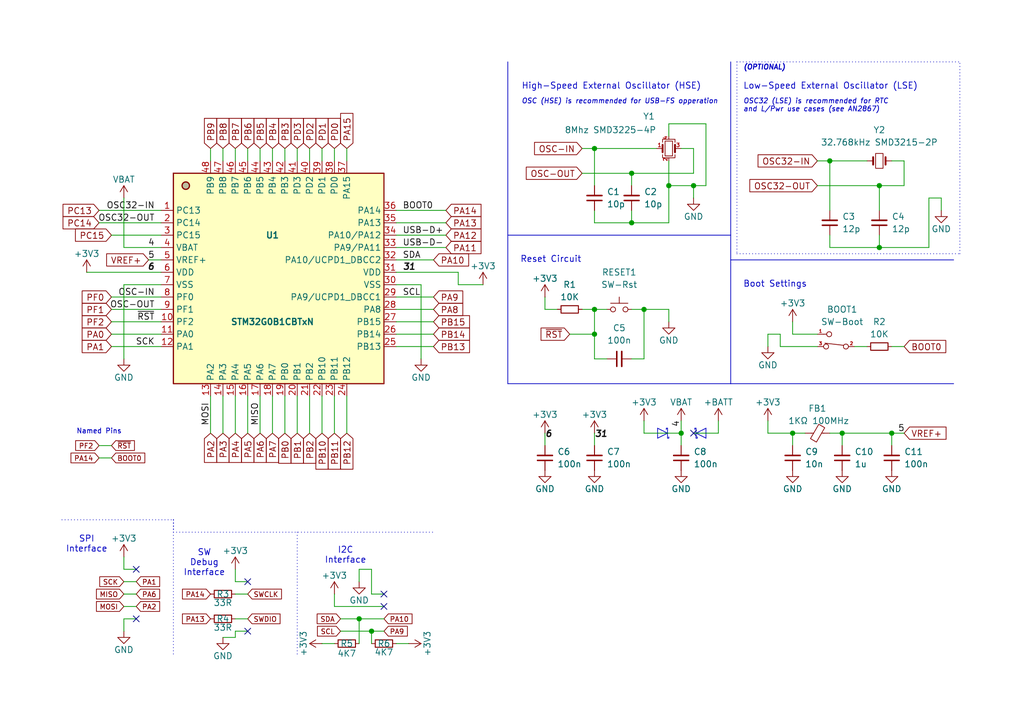
<source format=kicad_sch>
(kicad_sch (version 20250114) (generator "eeschema") (generator_version "9.0")
  (paper "A5")
  (lib_symbols
    (symbol "Device:C_Small" (pin_numbers (hide yes)) (pin_names (offset 0.254) (hide yes))
      (property "Reference" "C" (at 0.254 1.778 0))
      (property "Value" "C_Small" (at 0.254 -2.032 0))
      (symbol "C_Small_0_1"
        (polyline (pts (xy -1.524 0.508) (xy 1.524 0.508)) (stroke (width 0.3048)))
        (polyline (pts (xy -1.524 -0.508) (xy 1.524 -0.508)) (stroke (width 0.3302)))
      )
      (symbol "C_Small_1_1"
        (pin passive line (at 0 2.54 270) (length 2.032) (name "~") (number "1"))
        (pin passive line (at 0 -2.54 90) (length 2.032) (name "~") (number "2"))
      )
    )
    (symbol "Device:Crystal_GND24_Small" (pin_names (offset 1.016) (hide yes))
      (property "Reference" "Y" (at 1.27 4.445 0))
      (property "Value" "Crystal_GND24_Small" (at 1.27 2.54 0))
      (symbol "Crystal_GND24_Small_0_1"
        (polyline (pts (xy -1.27 1.27) (xy -1.27 1.905) (xy 1.27 1.905) (xy 1.27 1.27)))
        (polyline (pts (xy -1.27 -0.762) (xy -1.27 0.762)) (stroke (width 0.381)))
        (polyline (pts (xy -1.27 -1.27) (xy -1.27 -1.905) (xy 1.27 -1.905) (xy 1.27 -1.27)))
        (rectangle (start -0.762 -1.524) (end 0.762 1.524))
        (polyline (pts (xy 1.27 -0.762) (xy 1.27 0.762)) (stroke (width 0.381)))
      )
      (symbol "Crystal_GND24_Small_1_1"
        (pin passive line (at -2.54 0 0) (length 1.27) (name "1") (number "1"))
        (pin passive line (at 0 2.54 270) (length 0.635) (name "4") (number "4"))
        (pin passive line (at 0 -2.54 90) (length 0.635) (name "2") (number "2"))
        (pin passive line (at 2.54 0 180) (length 1.27) (name "3") (number "3"))
      )
    )
    (symbol "Device:Crystal_Small" (pin_numbers (hide yes)) (pin_names (offset 1.016) (hide yes))
      (property "Reference" "Y" (at 0 2.54 0))
      (property "Value" "Crystal_Small" (at 0 -2.54 0))
      (symbol "Crystal_Small_0_1"
        (polyline (pts (xy -1.27 -0.762) (xy -1.27 0.762)) (stroke (width 0.381)))
        (rectangle (start -0.762 -1.524) (end 0.762 1.524))
        (polyline (pts (xy 1.27 -0.762) (xy 1.27 0.762)) (stroke (width 0.381)))
      )
      (symbol "Crystal_Small_1_1"
        (pin passive line (at -2.54 0 0) (length 1.27) (name "1") (number "1"))
        (pin passive line (at 2.54 0 180) (length 1.27) (name "2") (number "2"))
      )
    )
    (symbol "Device:FerriteBead_Small" (pin_numbers (hide yes)) (pin_names (offset 0))
      (property "Reference" "FB" (at 1.905 1.27 0))
      (property "Value" "FerriteBead_Small" (at 1.905 -1.27 0))
      (symbol "FerriteBead_Small_0_1"
        (polyline (pts (xy -1.8288 0.2794) (xy -1.1176 1.4986) (xy 1.8288 -0.2032) (xy 1.1176 -1.4224) (xy -1.8288 0.2794)))
        (polyline (pts (xy 0 0.889) (xy 0 1.2954)))
        (polyline (pts (xy 0 -1.27) (xy 0 -0.7874)))
      )
      (symbol "FerriteBead_Small_1_1"
        (pin passive line (at 0 2.54 270) (length 1.27) (name "~") (number "1"))
        (pin passive line (at 0 -2.54 90) (length 1.27) (name "~") (number "2"))
      )
    )
    (symbol "Device:R_Small" (pin_numbers (hide yes)) (pin_names (offset 0.254) (hide yes))
      (property "Reference" "R" (at 0 0 90))
      (property "Value" "R_Small" (at 1.778 0 90))
      (symbol "R_Small_0_1"
        (rectangle (start -0.762 1.778) (end 0.762 -1.778) (stroke (width 0.2032)))
      )
      (symbol "R_Small_1_1"
        (pin passive line (at 0 2.54 270) (length 0.762) (name "~") (number "1"))
        (pin passive line (at 0 -2.54 90) (length 0.762) (name "~") (number "2"))
      )
    )
    (symbol "atelier-microcontrollers:STM32G0B1CBTxN"
      (property "Reference" "U" (at 0 -11.43 0))
      (property "Value" "STM32G0B1CBTxN" (at 0 9.144 0))
      (symbol "STM32G0B1CBTxN_0_1"
        (rectangle (start -20.32 20.32) (end 22.86 -22.86) (stroke (width 0.254)) (fill (type background)))
      )
      (symbol "STM32G0B1CBTxN_1_1"
        (circle (center -17.78 17.78) (radius 0.762) (stroke (width 0.254)) (fill (type color) (color 127 127 127 0.5)))
        (pin bidirectional line (at -22.86 12.7 0) (length 2.54) (name "PC13") (number "1"))
        (pin bidirectional line (at -22.86 10.16 0) (length 2.54) (name "PC14") (number "2"))
        (pin bidirectional line (at -22.86 7.62 0) (length 2.54) (name "PC15") (number "3"))
        (pin power_in line (at -22.86 5.08 0) (length 2.54) (name "VBAT") (number "4"))
        (pin input line (at -22.86 2.54 0) (length 2.54) (name "VREF+") (number "5"))
        (pin power_in line (at -22.86 0 0) (length 2.54) (name "VDD") (number "6"))
        (pin power_in line (at -22.86 -2.54 0) (length 2.54) (name "VSS") (number "7"))
        (pin bidirectional line (at -22.86 -5.08 0) (length 2.54) (name "PF0") (number "8"))
        (pin bidirectional line (at -22.86 -7.62 0) (length 2.54) (name "PF1") (number "9"))
        (pin bidirectional line (at -22.86 -10.16 0) (length 2.54) (name "PF2") (number "10"))
        (pin bidirectional line (at -22.86 -12.7 0) (length 2.54) (name "PA0") (number "11"))
        (pin bidirectional line (at -22.86 -15.24 0) (length 2.54) (name "PA1") (number "12"))
        (pin bidirectional line (at -12.7 22.86 270) (length 2.54) (name "PB9") (number "48"))
        (pin bidirectional line (at -12.7 -25.4 90) (length 2.54) (name "PA2") (number "13"))
        (pin bidirectional line (at -10.16 22.86 270) (length 2.54) (name "PB8") (number "47"))
        (pin bidirectional line (at -10.16 -25.4 90) (length 2.54) (name "PA3") (number "14"))
        (pin bidirectional line (at -7.62 22.86 270) (length 2.54) (name "PB7") (number "46"))
        (pin bidirectional line (at -7.62 -25.4 90) (length 2.54) (name "PA4") (number "15"))
        (pin bidirectional line (at -5.08 22.86 270) (length 2.54) (name "PB6") (number "45"))
        (pin bidirectional line (at -5.08 -25.4 90) (length 2.54) (name "PA5") (number "16"))
        (pin bidirectional line (at -2.54 22.86 270) (length 2.54) (name "PB5") (number "44"))
        (pin bidirectional line (at -2.54 -25.4 90) (length 2.54) (name "PA6") (number "17"))
        (pin bidirectional line (at 0 22.86 270) (length 2.54) (name "PB4") (number "43"))
        (pin bidirectional line (at 0 -25.4 90) (length 2.54) (name "PA7") (number "18"))
        (pin bidirectional line (at 2.54 22.86 270) (length 2.54) (name "PB3") (number "42"))
        (pin bidirectional line (at 2.54 -25.4 90) (length 2.54) (name "PB0") (number "19"))
        (pin bidirectional line (at 5.08 22.86 270) (length 2.54) (name "PD3") (number "41"))
        (pin bidirectional line (at 5.08 -25.4 90) (length 2.54) (name "PB1") (number "20"))
        (pin bidirectional line (at 7.62 22.86 270) (length 2.54) (name "PD2") (number "40"))
        (pin bidirectional line (at 7.62 -25.4 90) (length 2.54) (name "PB2") (number "21"))
        (pin bidirectional line (at 10.16 22.86 270) (length 2.54) (name "PD1") (number "39"))
        (pin bidirectional line (at 10.16 -25.4 90) (length 2.54) (name "PB10") (number "22"))
        (pin bidirectional line (at 12.7 22.86 270) (length 2.54) (name "PD0") (number "38"))
        (pin bidirectional line (at 12.7 -25.4 90) (length 2.54) (name "PB11") (number "23"))
        (pin bidirectional line (at 15.24 22.86 270) (length 2.54) (name "PA15") (number "37"))
        (pin bidirectional line (at 15.24 -25.4 90) (length 2.54) (name "PB12") (number "24"))
        (pin bidirectional line (at 25.4 12.7 180) (length 2.54) (name "PA14") (number "36"))
        (pin bidirectional line (at 25.4 10.16 180) (length 2.54) (name "PA13") (number "35"))
        (pin bidirectional line (at 25.4 7.62 180) (length 2.54) (name "PA10/PA12") (number "34"))
        (pin bidirectional line (at 25.4 5.08 180) (length 2.54) (name "PA9/PA11") (number "33"))
        (pin bidirectional line (at 25.4 2.54 180) (length 2.54) (name "PA10/UCPD1_DBCC2") (number "32"))
        (pin power_in line (at 25.4 0 180) (length 2.54) (name "VDD") (number "31"))
        (pin passive line (at 25.4 -2.54 180) (length 2.54) (name "VSS") (number "30"))
        (pin bidirectional line (at 25.4 -5.08 180) (length 2.54) (name "PA9/UCPD1_DBCC1") (number "29"))
        (pin bidirectional line (at 25.4 -7.62 180) (length 2.54) (name "PA8") (number "28"))
        (pin bidirectional line (at 25.4 -10.16 180) (length 2.54) (name "PB15") (number "27"))
        (pin bidirectional line (at 25.4 -12.7 180) (length 2.54) (name "PB14") (number "26"))
        (pin bidirectional line (at 25.4 -15.24 180) (length 2.54) (name "PB13") (number "25"))
      )
    )
    (symbol "atelier-microcontrollers:SW_Push_Small" (pin_numbers (hide yes)) (pin_names (offset 1.016) (hide yes))
      (property "Reference" "SW" (at 1.27 2.54 0))
      (property "Value" "SW_Push_Small" (at 0 -2.54 0))
      (symbol "SW_Push_Small_0_1"
        (circle (center -1.27 0) (radius 0.508))
        (polyline (pts (xy 0 1.27) (xy 0 2.54)))
        (circle (center 1.27 0) (radius 0.508))
        (polyline (pts (xy 1.778 1.27) (xy -1.778 1.27)))
      )
      (symbol "SW_Push_Small_1_1"
        (pin passive line (at -2.54 0 0) (length 0.762) (name "1") (number "1"))
        (pin passive line (at 2.54 0 180) (length 0.762) (name "2") (number "2"))
      )
    )
    (symbol "atelier-microcontrollers:SW_SPDT_123" (pin_names (offset 0) (hide yes))
      (property "Reference" "SW" (at 0 5.08 0))
      (property "Value" "SW_SPDT_123" (at 0 -2.54 0))
      (symbol "SW_SPDT_123_0_1"
        (circle (center -0.762 0) (radius 0.508))
        (polyline (pts (xy -0.254 0.254) (xy 3.5423 0.6967)))
        (circle (center 2.6687 2.528) (radius 0.508))
        (circle (center 3.302 0) (radius 0.508))
        (polyline (pts (xy 3.81 2.54) (xy 3.1776 2.5374) (xy 3.1946 2.5374) (xy 3.302 2.54)))
      )
      (symbol "SW_SPDT_123_1_1"
        (pin passive line (at -2.54 0 0) (length 1.27) (name "B") (number "2"))
        (pin passive line (at 5.08 2.54 180) (length 1.27) (name "A") (number "1"))
        (pin passive line (at 5.08 0 180) (length 1.27) (name "C") (number "3"))
      )
    )
    (symbol "atelier-microcontrollers:VBAT" (power) (pin_numbers (hide yes)) (pin_names (offset 0) (hide yes))
      (property "Value" "VBAT" (at 0 3.556 0))
      (symbol "VBAT_0_1"
        (polyline (pts (xy -0.762 1.27) (xy 0 2.54)))
        (polyline (pts (xy 0 2.54) (xy 0.762 1.27)))
        (polyline (pts (xy 0 0) (xy 0 2.54)))
      )
      (symbol "VBAT_1_1"
        (pin power_in line (at 0 0 90) (length 0) (name "~") (number "1"))
      )
    )
    (symbol "power:+3V3" (power) (pin_numbers (hide yes)) (pin_names (offset 0) (hide yes))
      (property "Value" "+3V3" (at 0 3.556 0))
      (symbol "+3V3_0_1"
        (polyline (pts (xy -0.762 1.27) (xy 0 2.54)))
        (polyline (pts (xy 0 2.54) (xy 0.762 1.27)))
        (polyline (pts (xy 0 0) (xy 0 2.54)))
      )
      (symbol "+3V3_1_1"
        (pin power_in line (at 0 0 90) (length 0) (name "~") (number "1"))
      )
    )
    (symbol "power:+BATT" (power) (pin_numbers (hide yes)) (pin_names (offset 0) (hide yes))
      (property "Value" "+BATT" (at 0 3.556 0))
      (symbol "+BATT_0_1"
        (polyline (pts (xy -0.762 1.27) (xy 0 2.54)))
        (polyline (pts (xy 0 2.54) (xy 0.762 1.27)))
        (polyline (pts (xy 0 0) (xy 0 2.54)))
      )
      (symbol "+BATT_1_1"
        (pin power_in line (at 0 0 90) (length 0) (name "~") (number "1"))
      )
    )
    (symbol "power:GND" (power) (pin_numbers (hide yes)) (pin_names (offset 0) (hide yes))
      (property "Value" "GND" (at 0 -3.81 0))
      (symbol "GND_0_1"
        (polyline (pts (xy 0 0) (xy 0 -1.27) (xy 1.27 -1.27) (xy 0 -2.54) (xy -1.27 -1.27) (xy 0 -1.27)))
      )
      (symbol "GND_1_1"
        (pin power_in line (at 0 0 270) (length 0) (name "~") (number "1"))
      )
    )
  )
  (text "(OPTIONAL)" (at 152.4 13.97 0) (effects (font (size 1.016 1.016) (thickness 0.2032) (bold yes) (italic yes)) (justify left)))
  (text "Low-Speed External Oscillator (LSE)" (at 152.4 17.78 0) (effects (font (size 1.27 1.27)) (justify left)))
  (text "Boot Settings" (at 152.4 58.42 0) (effects (font (size 1.27 1.27)) (justify left)))
  (text "Reset Circuit" (at 106.68 53.34 0) (effects (font (size 1.27 1.27)) (justify left)))
  (text "OSC (HSE) is recommended for USB-FS opperation" (at 106.934 20.32 0) (effects (font (size 1.016 1.016) (italic yes)) (justify left top)))
  (text "OSC32 (LSE) is recommended for RTC\nand L/Pwr use cases (see AN2867)" (at 152.4 20.32 0) (effects (font (size 1.016 1.016) (italic yes)) (justify left top)))
  (text "High-Speed External Oscillator (HSE)" (at 106.934 17.78 0) (effects (font (size 1.27 1.27)) (justify left)))
  (text "I2C\nInterface" (at 70.866 114.046 0) (effects (font (size 1.27 1.27))))
  (text "SPI\nInterface" (at 17.78 111.76 0) (effects (font (size 1.27 1.27))))
  (text "Named Pins" (at 20.32 88.646 0) (effects (font (size 1.016 1.016))))
  (text "SW\nDebug\nInterface" (at 41.91 115.57 0) (effects (font (size 1.27 1.27))))
  (junction (at 137.16 38.1))
  (junction (at 162.56 88.9))
  (junction (at 121.92 68.58))
  (junction (at 129.54 45.72))
  (junction (at 180.34 50.8))
  (junction (at 129.54 35.56))
  (junction (at 170.18 33.02))
  (junction (at 76.2 129.54))
  (junction (at 180.34 38.1))
  (junction (at 121.92 30.48))
  (junction (at 132.08 63.5))
  (junction (at 142.24 38.1))
  (junction (at 182.88 88.9))
  (junction (at 172.72 88.9))
  (junction (at 121.92 63.5))
  (junction (at 73.66 127))
  (junction (at 139.7 88.9))
  (no_connect (at 78.74 121.92))
  (no_connect (at 50.8 119.38))
  (no_connect (at 50.8 129.54))
  (no_connect (at 27.94 127))
  (no_connect (at 27.94 116.84))
  (no_connect (at 78.74 124.46))
  (no_connect (at 142.24 88.9))
  (wire (pts (xy 45.72 30.48) (xy 45.72 33.02)))
  (wire (pts (xy 81.28 58.42) (xy 86.36 58.42)))
  (wire (pts (xy 76.2 116.84) (xy 73.66 116.84)))
  (polyline (pts (xy 35.56 106.68) (xy 35.56 109.22)) (stroke (width 0) (type dot)))
  (polyline (pts (xy 144.78 89.916) (xy 144.78 87.884)))
  (wire (pts (xy 119.38 35.56) (xy 129.54 35.56)))
  (wire (pts (xy 81.28 50.8) (xy 91.44 50.8)))
  (polyline (pts (xy 136.652 87.884) (xy 136.652 88.138)))
  (wire (pts (xy 129.54 43.18) (xy 129.54 45.72)))
  (wire (pts (xy 58.42 30.48) (xy 58.42 33.02)))
  (wire (pts (xy 22.86 71.12) (xy 33.02 71.12)))
  (wire (pts (xy 73.66 127) (xy 73.66 132.08)))
  (wire (pts (xy 142.24 38.1) (xy 142.24 40.64)))
  (wire (pts (xy 25.4 127) (xy 25.4 129.54)))
  (wire (pts (xy 81.28 132.08) (xy 83.82 132.08)))
  (wire (pts (xy 111.76 60.96) (xy 111.76 63.5)))
  (wire (pts (xy 20.32 91.44) (xy 22.86 91.44)))
  (wire (pts (xy 81.28 43.18) (xy 91.44 43.18)))
  (wire (pts (xy 66.04 132.08) (xy 68.58 132.08)))
  (wire (pts (xy 185.42 38.1) (xy 185.42 33.02)))
  (wire (pts (xy 20.32 93.98) (xy 22.86 93.98)))
  (wire (pts (xy 55.88 30.48) (xy 55.88 33.02)))
  (polyline (pts (xy 35.56 106.68) (xy 35.56 109.22)) (stroke (width 0) (type dot)))
  (wire (pts (xy 144.78 38.1) (xy 142.24 38.1)))
  (wire (pts (xy 147.32 86.36) (xy 147.32 88.9)))
  (wire (pts (xy 22.86 66.04) (xy 33.02 66.04)))
  (polyline (pts (xy 35.56 106.68) (xy 35.56 109.22)) (stroke (width 0) (type dot)))
  (wire (pts (xy 48.26 129.54) (xy 48.26 130.81)))
  (wire (pts (xy 81.28 63.5) (xy 88.9 63.5)))
  (polyline (pts (xy 149.86 48.26) (xy 149.86 12.7)))
  (wire (pts (xy 81.28 53.34) (xy 88.9 53.34)))
  (wire (pts (xy 137.16 27.94) (xy 137.16 25.4)))
  (polyline (pts (xy 60.96 109.22) (xy 60.96 134.62)) (stroke (width 0) (type dot)))
  (wire (pts (xy 68.58 124.46) (xy 78.74 124.46)))
  (wire (pts (xy 69.85 127) (xy 73.66 127)))
  (wire (pts (xy 25.4 119.38) (xy 27.94 119.38)))
  (wire (pts (xy 132.08 63.5) (xy 132.08 73.66)))
  (wire (pts (xy 48.26 81.28) (xy 48.26 88.9)))
  (wire (pts (xy 182.88 33.02) (xy 185.42 33.02)))
  (wire (pts (xy 68.58 81.28) (xy 68.58 88.9)))
  (polyline (pts (xy 142.748 88.9) (xy 142.748 87.884)))
  (wire (pts (xy 58.42 81.28) (xy 58.42 88.9)))
  (wire (pts (xy 132.08 63.5) (xy 137.16 63.5)))
  (wire (pts (xy 25.4 50.8) (xy 33.02 50.8)))
  (wire (pts (xy 121.92 63.5) (xy 124.46 63.5)))
  (wire (pts (xy 167.64 33.02) (xy 170.18 33.02)))
  (wire (pts (xy 111.76 63.5) (xy 114.3 63.5)))
  (wire (pts (xy 25.4 58.42) (xy 33.02 58.42)))
  (wire (pts (xy 50.8 81.28) (xy 50.8 88.9)))
  (wire (pts (xy 22.86 63.5) (xy 33.02 63.5)))
  (wire (pts (xy 129.54 35.56) (xy 129.54 38.1)))
  (wire (pts (xy 162.56 88.9) (xy 165.1 88.9)))
  (wire (pts (xy 139.7 86.36) (xy 139.7 88.9)))
  (wire (pts (xy 170.18 33.02) (xy 177.8 33.02)))
  (wire (pts (xy 162.56 66.04) (xy 162.56 68.58)))
  (wire (pts (xy 116.84 68.58) (xy 121.92 68.58)))
  (wire (pts (xy 180.34 48.26) (xy 180.34 50.8)))
  (wire (pts (xy 81.28 71.12) (xy 88.9 71.12)))
  (wire (pts (xy 182.88 88.9) (xy 185.42 88.9)))
  (wire (pts (xy 22.86 60.96) (xy 33.02 60.96)))
  (wire (pts (xy 25.4 124.46) (xy 27.94 124.46)))
  (wire (pts (xy 48.26 116.84) (xy 48.26 119.38)))
  (polyline (pts (xy 104.14 48.26) (xy 149.86 48.26)))
  (wire (pts (xy 139.7 30.48) (xy 142.24 30.48)))
  (polyline (pts (xy 142.748 88.9) (xy 142.748 89.916)))
  (wire (pts (xy 48.26 30.48) (xy 48.26 33.02)))
  (wire (pts (xy 142.24 35.56) (xy 142.24 30.48)))
  (polyline (pts (xy 142.748 88.9) (xy 144.78 89.916)))
  (wire (pts (xy 162.56 68.58) (xy 167.64 68.58)))
  (wire (pts (xy 129.54 63.5) (xy 132.08 63.5)))
  (wire (pts (xy 93.98 58.42) (xy 99.06 58.42)))
  (wire (pts (xy 48.26 127) (xy 50.8 127)))
  (wire (pts (xy 76.2 121.92) (xy 76.2 116.84)))
  (polyline (pts (xy 143.002 89.916) (xy 143.002 89.662)))
  (wire (pts (xy 172.72 88.9) (xy 182.88 88.9)))
  (polyline (pts (xy 35.56 109.22) (xy 35.56 134.62)) (stroke (width 0) (type dot)))
  (wire (pts (xy 68.58 30.48) (xy 68.58 33.02)))
  (polyline (pts (xy 142.494 88.138) (xy 142.494 87.884)))
  (wire (pts (xy 71.12 30.48) (xy 71.12 33.02)))
  (wire (pts (xy 73.66 116.84) (xy 73.66 119.38)))
  (wire (pts (xy 137.16 66.04) (xy 137.16 63.5)))
  (polyline (pts (xy 134.874 87.884) (xy 134.874 89.916)))
  (wire (pts (xy 71.12 81.28) (xy 71.12 88.9)))
  (polyline (pts (xy 149.86 53.34) (xy 149.86 78.74)))
  (wire (pts (xy 182.88 71.12) (xy 185.42 71.12)))
  (wire (pts (xy 139.7 88.9) (xy 132.08 88.9)))
  (wire (pts (xy 48.26 119.38) (xy 50.8 119.38)))
  (wire (pts (xy 20.32 43.18) (xy 33.02 43.18)))
  (wire (pts (xy 81.28 60.96) (xy 88.9 60.96)))
  (polyline (pts (xy 137.16 89.662) (xy 137.16 89.916)))
  (wire (pts (xy 121.92 68.58) (xy 121.92 73.66)))
  (wire (pts (xy 17.78 55.88) (xy 33.02 55.88)))
  (wire (pts (xy 66.04 30.48) (xy 66.04 33.02)))
  (wire (pts (xy 81.28 68.58) (xy 88.9 68.58)))
  (polyline (pts (xy 104.14 78.74) (xy 149.86 78.74)))
  (wire (pts (xy 182.88 88.9) (xy 182.88 91.44)))
  (polyline (pts (xy 136.906 89.916) (xy 137.16 89.916)))
  (wire (pts (xy 119.38 63.5) (xy 121.92 63.5)))
  (wire (pts (xy 81.28 66.04) (xy 88.9 66.04)))
  (wire (pts (xy 193.04 40.64) (xy 190.5 40.64)))
  (wire (pts (xy 73.66 127) (xy 78.74 127)))
  (wire (pts (xy 25.4 121.92) (xy 27.94 121.92)))
  (wire (pts (xy 76.2 129.54) (xy 78.74 129.54)))
  (wire (pts (xy 172.72 88.9) (xy 172.72 91.44)))
  (wire (pts (xy 76.2 129.54) (xy 76.2 132.08)))
  (wire (pts (xy 121.92 63.5) (xy 121.92 68.58)))
  (wire (pts (xy 22.86 48.26) (xy 33.02 48.26)))
  (wire (pts (xy 43.18 81.28) (xy 43.18 88.9)))
  (wire (pts (xy 180.34 38.1) (xy 185.42 38.1)))
  (wire (pts (xy 160.02 71.12) (xy 167.64 71.12)))
  (wire (pts (xy 25.4 58.42) (xy 25.4 73.66)))
  (wire (pts (xy 121.92 45.72) (xy 129.54 45.72)))
  (wire (pts (xy 53.34 81.28) (xy 53.34 88.9)))
  (wire (pts (xy 93.98 55.88) (xy 93.98 58.42)))
  (wire (pts (xy 160.02 68.58) (xy 160.02 71.12)))
  (wire (pts (xy 129.54 45.72) (xy 137.16 45.72)))
  (wire (pts (xy 121.92 43.18) (xy 121.92 45.72)))
  (wire (pts (xy 50.8 30.48) (xy 50.8 33.02)))
  (wire (pts (xy 76.2 121.92) (xy 78.74 121.92)))
  (wire (pts (xy 69.85 129.54) (xy 76.2 129.54)))
  (wire (pts (xy 121.92 30.48) (xy 134.62 30.48)))
  (wire (pts (xy 25.4 40.64) (xy 25.4 50.8)))
  (wire (pts (xy 137.16 33.02) (xy 137.16 38.1)))
  (polyline (pts (xy 35.56 106.68) (xy 35.56 109.22)) (stroke (width 0) (type dot)))
  (polyline (pts (xy 136.906 88.9) (xy 136.906 87.884)))
  (polyline (pts (xy 104.14 48.26) (xy 104.14 78.74)))
  (polyline (pts (xy 142.748 89.916) (xy 143.002 89.916)))
  (wire (pts (xy 53.34 30.48) (xy 53.34 33.02)))
  (wire (pts (xy 132.08 86.36) (xy 132.08 88.9)))
  (wire (pts (xy 121.92 73.66) (xy 124.46 73.66)))
  (wire (pts (xy 86.36 58.42) (xy 86.36 73.66)))
  (wire (pts (xy 175.26 71.12) (xy 177.8 71.12)))
  (wire (pts (xy 20.32 45.72) (xy 33.02 45.72)))
  (wire (pts (xy 25.4 116.84) (xy 27.94 116.84)))
  (wire (pts (xy 142.24 38.1) (xy 137.16 38.1)))
  (wire (pts (xy 119.38 30.48) (xy 121.92 30.48)))
  (wire (pts (xy 30.48 53.34) (xy 33.02 53.34)))
  (polyline (pts (xy 12.7 106.68) (xy 35.56 106.68)) (stroke (width 0) (type dot)))
  (wire (pts (xy 25.4 127) (xy 27.94 127)))
  (wire (pts (xy 63.5 81.28) (xy 63.5 88.9)))
  (polyline (pts (xy 144.78 87.884) (xy 142.748 88.9)))
  (wire (pts (xy 129.54 73.66) (xy 132.08 73.66)))
  (polyline (pts (xy 151.13 12.7) (xy 151.13 52.07)) (stroke (width 0) (type dot)))
  (wire (pts (xy 180.34 38.1) (xy 180.34 43.18)))
  (wire (pts (xy 121.92 88.9) (xy 121.92 91.44)))
  (wire (pts (xy 25.4 114.3) (xy 25.4 116.84)))
  (wire (pts (xy 68.58 124.46) (xy 68.58 121.92)))
  (wire (pts (xy 55.88 81.28) (xy 55.88 88.9)))
  (wire (pts (xy 48.26 130.81) (xy 45.72 130.81)))
  (wire (pts (xy 81.28 55.88) (xy 93.98 55.88)))
  (wire (pts (xy 60.96 30.48) (xy 60.96 33.02)))
  (polyline (pts (xy 134.874 89.916) (xy 136.906 88.9)))
  (wire (pts (xy 157.48 88.9) (xy 162.56 88.9)))
  (wire (pts (xy 81.28 48.26) (xy 91.44 48.26)))
  (wire (pts (xy 157.48 68.58) (xy 157.48 71.12)))
  (wire (pts (xy 137.16 25.4) (xy 144.78 25.4)))
  (wire (pts (xy 137.16 38.1) (xy 137.16 45.72)))
  (polyline (pts (xy 151.13 52.07) (xy 196.85 52.07)) (stroke (width 0) (type dot)))
  (wire (pts (xy 144.78 25.4) (xy 144.78 38.1)))
  (wire (pts (xy 48.26 121.92) (xy 50.8 121.92)))
  (wire (pts (xy 193.04 43.18) (xy 193.04 40.64)))
  (wire (pts (xy 48.26 129.54) (xy 50.8 129.54)))
  (wire (pts (xy 129.54 35.56) (xy 142.24 35.56)))
  (wire (pts (xy 167.64 38.1) (xy 180.34 38.1)))
  (polyline (pts (xy 136.906 87.884) (xy 136.652 87.884)))
  (wire (pts (xy 190.5 50.8) (xy 180.34 50.8)))
  (wire (pts (xy 43.18 30.48) (xy 43.18 33.02)))
  (polyline (pts (xy 142.748 87.884) (xy 142.494 87.884)))
  (polyline (pts (xy 104.14 12.7) (xy 104.14 48.26)))
  (wire (pts (xy 170.18 88.9) (xy 172.72 88.9)))
  (wire (pts (xy 139.7 88.9) (xy 139.7 91.44)))
  (wire (pts (xy 66.04 81.28) (xy 66.04 88.9)))
  (wire (pts (xy 45.72 81.28) (xy 45.72 88.9)))
  (polyline (pts (xy 136.906 88.9) (xy 134.874 87.884)))
  (wire (pts (xy 157.48 68.58) (xy 160.02 68.58)))
  (wire (pts (xy 63.5 30.48) (xy 63.5 33.02)))
  (wire (pts (xy 121.92 30.48) (xy 121.92 38.1)))
  (wire (pts (xy 190.5 40.64) (xy 190.5 50.8)))
  (polyline (pts (xy 35.56 109.22) (xy 88.9 109.22)) (stroke (width 0) (type dot)))
  (wire (pts (xy 162.56 88.9) (xy 162.56 91.44)))
  (wire (pts (xy 60.96 81.28) (xy 60.96 88.9)))
  (wire (pts (xy 170.18 48.26) (xy 170.18 50.8)))
  (wire (pts (xy 81.28 45.72) (xy 91.44 45.72)))
  (polyline (pts (xy 195.58 53.34) (xy 149.86 53.34)))
  (polyline (pts (xy 151.13 12.7) (xy 196.85 12.7)) (stroke (width 0) (type dot)))
  (polyline (pts (xy 149.86 78.74) (xy 195.58 78.74)))
  (polyline (pts (xy 196.85 52.07) (xy 196.85 12.7)) (stroke (width 0) (type dot)))
  (wire (pts (xy 142.24 88.9) (xy 147.32 88.9)))
  (wire (pts (xy 22.86 68.58) (xy 33.02 68.58)))
  (wire (pts (xy 170.18 33.02) (xy 170.18 43.18)))
  (wire (pts (xy 170.18 50.8) (xy 180.34 50.8)))
  (wire (pts (xy 157.48 86.36) (xy 157.48 88.9)))
  (polyline (pts (xy 136.906 88.9) (xy 136.906 89.916)))
  (polyline (pts (xy 149.86 48.26) (xy 149.86 53.34)) (stroke (width 0) (type solid)))
  (wire (pts (xy 111.76 88.9) (xy 111.76 91.44)))
  (label "6" (at 111.76 90.17 0) (effects (font (thickness 0.254) (bold yes) (italic yes))))
  (label "31" (at 82.55 55.88 0) (effects (font (thickness 0.254) (bold yes) (italic yes))))
  (label "4" (at 31.75 50.8 180))
  (label "OSC-OUT" (at 31.75 63.5 180))
  (label "MOSI" (at 43.18 82.55 270))
  (label "~{RST}" (at 31.75 66.04 180))
  (label "SCL" (at 82.55 60.96 0))
  (label "6" (at 31.75 55.88 180) (effects (font (thickness 0.254) (bold yes) (italic yes))))
  (label "5" (at 184.15 88.9 0))
  (label "USB-D-" (at 82.55 50.8 0))
  (label "5" (at 31.75 53.34 180))
  (label "SCK" (at 31.75 71.12 180))
  (label "MISO" (at 53.34 82.55 270))
  (label "OSC-IN" (at 31.75 60.96 180))
  (label "BOOT0" (at 82.55 43.18 0))
  (label "SDA" (at 82.55 53.34 0))
  (label "31" (at 121.92 90.17 0) (effects (font (thickness 0.254) (bold yes) (italic yes))))
  (label "OSC32-IN" (at 31.75 43.18 180))
  (label "4" (at 139.7 87.63 90))
  (label "OSC32-OUT" (at 31.75 45.72 180))
  (label "USB-D+" (at 82.55 48.26 0))
  (global_label "PA13" (shape input) (at 91.44 45.72 0) (property "Intersheetrefs" "${INTERSHEET_REFS}" (effects (hide yes))))
  (global_label "PD2" (shape input) (at 63.5 30.48 90) (property "Intersheetrefs" "${INTERSHEET_REFS}" (effects (hide yes))))
  (global_label "PB4" (shape input) (at 55.88 30.48 90) (property "Intersheetrefs" "${INTERSHEET_REFS}" (effects (hide yes))))
  (global_label "OSC-IN" (shape input) (at 119.38 30.48 180) (property "Intersheetrefs" "${INTERSHEET_REFS}" (effects (hide yes))))
  (global_label "PA6" (shape input) (at 27.94 121.92 0) (effects (font (size 1.016 1.016))) (property "Intersheetrefs" "${INTERSHEET_REFS}" (effects (hide yes))))
  (global_label "PA2" (shape input) (at 27.94 124.46 0) (effects (font (size 1.016 1.016))) (property "Intersheetrefs" "${INTERSHEET_REFS}" (effects (hide yes))))
  (global_label "~{RST}" (shape input) (at 116.84 68.58 180) (property "Intersheetrefs" "${INTERSHEET_REFS}" (effects (hide yes))))
  (global_label "PA9" (shape input) (at 88.9 60.96 0) (property "Intersheetrefs" "${INTERSHEET_REFS}" (effects (hide yes))))
  (global_label "PF2" (shape input) (at 22.86 66.04 180) (property "Intersheetrefs" "${INTERSHEET_REFS}" (effects (hide yes))))
  (global_label "VREF+" (shape input) (at 185.42 88.9 0) (property "Intersheetrefs" "${INTERSHEET_REFS}" (effects (hide yes))))
  (global_label "MOSI" (shape input) (at 25.4 124.46 180) (effects (font (size 1.016 1.016))) (property "Intersheetrefs" "${INTERSHEET_REFS}" (effects (hide yes))))
  (global_label "PD1" (shape input) (at 66.04 30.48 90) (property "Intersheetrefs" "${INTERSHEET_REFS}" (effects (hide yes))))
  (global_label "OSC-OUT" (shape input) (at 119.38 35.56 180) (property "Intersheetrefs" "${INTERSHEET_REFS}" (effects (hide yes))))
  (global_label "PA0" (shape input) (at 22.86 68.58 180) (property "Intersheetrefs" "${INTERSHEET_REFS}" (effects (hide yes))))
  (global_label "PA11" (shape input) (at 91.44 50.8 0) (property "Intersheetrefs" "${INTERSHEET_REFS}" (effects (hide yes))))
  (global_label "SDA" (shape input) (at 69.85 127 180) (effects (font (size 1.016 1.016))) (property "Intersheetrefs" "${INTERSHEET_REFS}" (effects (hide yes))))
  (global_label "PB5" (shape input) (at 53.34 30.48 90) (property "Intersheetrefs" "${INTERSHEET_REFS}" (effects (hide yes))))
  (global_label "PA10" (shape input) (at 88.9 53.34 0) (property "Intersheetrefs" "${INTERSHEET_REFS}" (effects (hide yes))))
  (global_label "MISO" (shape input) (at 25.4 121.92 180) (effects (font (size 1.016 1.016))) (property "Intersheetrefs" "${INTERSHEET_REFS}" (effects (hide yes))))
  (global_label "PA5" (shape input) (at 50.8 88.9 270) (property "Intersheetrefs" "${INTERSHEET_REFS}" (effects (hide yes))))
  (global_label "PA14" (shape input) (at 91.44 43.18 0) (property "Intersheetrefs" "${INTERSHEET_REFS}" (effects (hide yes))))
  (global_label "PA15" (shape input) (at 71.12 30.48 90) (property "Intersheetrefs" "${INTERSHEET_REFS}" (effects (hide yes))))
  (global_label "PB0" (shape input) (at 58.42 88.9 270) (property "Intersheetrefs" "${INTERSHEET_REFS}" (effects (hide yes))))
  (global_label "PB6" (shape input) (at 50.8 30.48 90) (property "Intersheetrefs" "${INTERSHEET_REFS}" (effects (hide yes))))
  (global_label "PD3" (shape input) (at 60.96 30.48 90) (property "Intersheetrefs" "${INTERSHEET_REFS}" (effects (hide yes))))
  (global_label "PA9" (shape input) (at 78.74 129.54 0) (effects (font (size 1.016 1.016))) (property "Intersheetrefs" "${INTERSHEET_REFS}" (effects (hide yes))))
  (global_label "PB8" (shape input) (at 45.72 30.48 90) (property "Intersheetrefs" "${INTERSHEET_REFS}" (effects (hide yes))))
  (global_label "PB12" (shape input) (at 71.12 88.9 270) (property "Intersheetrefs" "${INTERSHEET_REFS}" (effects (hide yes))))
  (global_label "PA8" (shape input) (at 88.9 63.5 0) (property "Intersheetrefs" "${INTERSHEET_REFS}" (effects (hide yes))))
  (global_label "PA1" (shape input) (at 22.86 71.12 180) (property "Intersheetrefs" "${INTERSHEET_REFS}" (effects (hide yes))))
  (global_label "PB1" (shape input) (at 60.96 88.9 270) (property "Intersheetrefs" "${INTERSHEET_REFS}" (effects (hide yes))))
  (global_label "PF0" (shape input) (at 22.86 60.96 180) (property "Intersheetrefs" "${INTERSHEET_REFS}" (effects (hide yes))))
  (global_label "PB10" (shape input) (at 66.04 88.9 270) (property "Intersheetrefs" "${INTERSHEET_REFS}" (effects (hide yes))))
  (global_label "PB14" (shape input) (at 88.9 68.58 0) (property "Intersheetrefs" "${INTERSHEET_REFS}" (effects (hide yes))))
  (global_label "VREF+" (shape input) (at 30.48 53.34 180) (property "Intersheetrefs" "${INTERSHEET_REFS}" (effects (hide yes))))
  (global_label "PA2" (shape input) (at 43.18 88.9 270) (property "Intersheetrefs" "${INTERSHEET_REFS}" (effects (hide yes))))
  (global_label "PD0" (shape input) (at 68.58 30.48 90) (property "Intersheetrefs" "${INTERSHEET_REFS}" (effects (hide yes))))
  (global_label "PC13" (shape input) (at 20.32 43.18 180) (property "Intersheetrefs" "${INTERSHEET_REFS}" (effects (hide yes))))
  (global_label "SCL" (shape input) (at 69.85 129.54 180) (effects (font (size 1.016 1.016))) (property "Intersheetrefs" "${INTERSHEET_REFS}" (effects (hide yes))))
  (global_label "SWCLK" (shape input) (at 50.8 121.92 0) (effects (font (size 1.016 1.016))) (property "Intersheetrefs" "${INTERSHEET_REFS}" (effects (hide yes))))
  (global_label "PA1" (shape input) (at 27.94 119.38 0) (effects (font (size 1.016 1.016))) (property "Intersheetrefs" "${INTERSHEET_REFS}" (effects (hide yes))))
  (global_label "SWDIO" (shape input) (at 50.8 127 0) (effects (font (size 1.016 1.016))) (property "Intersheetrefs" "${INTERSHEET_REFS}" (effects (hide yes))))
  (global_label "PA13" (shape input) (at 43.18 127 180) (effects (font (size 1.016 1.016))) (property "Intersheetrefs" "${INTERSHEET_REFS}" (effects (hide yes))))
  (global_label "PA3" (shape input) (at 45.72 88.9 270) (property "Intersheetrefs" "${INTERSHEET_REFS}" (effects (hide yes))))
  (global_label "PA10" (shape input) (at 78.74 127 0) (effects (font (size 1.016 1.016))) (property "Intersheetrefs" "${INTERSHEET_REFS}" (effects (hide yes))))
  (global_label "PA6" (shape input) (at 53.34 88.9 270) (property "Intersheetrefs" "${INTERSHEET_REFS}" (effects (hide yes))))
  (global_label "PB3" (shape input) (at 58.42 30.48 90) (property "Intersheetrefs" "${INTERSHEET_REFS}" (effects (hide yes))))
  (global_label "PA14" (shape input) (at 20.32 93.98 180) (effects (font (size 1.016 1.016))) (property "Intersheetrefs" "${INTERSHEET_REFS}" (effects (hide yes))))
  (global_label "PB2" (shape input) (at 63.5 88.9 270) (property "Intersheetrefs" "${INTERSHEET_REFS}" (effects (hide yes))))
  (global_label "PF2" (shape input) (at 20.32 91.44 180) (effects (font (size 1.016 1.016))) (property "Intersheetrefs" "${INTERSHEET_REFS}" (effects (hide yes))))
  (global_label "PC15" (shape input) (at 22.86 48.26 180) (property "Intersheetrefs" "${INTERSHEET_REFS}" (effects (hide yes))))
  (global_label "PB11" (shape input) (at 68.58 88.9 270) (property "Intersheetrefs" "${INTERSHEET_REFS}" (effects (hide yes))))
  (global_label "PF1" (shape input) (at 22.86 63.5 180) (property "Intersheetrefs" "${INTERSHEET_REFS}" (effects (hide yes))))
  (global_label "PB13" (shape input) (at 88.9 71.12 0) (property "Intersheetrefs" "${INTERSHEET_REFS}" (effects (hide yes))))
  (global_label "~{RST}" (shape input) (at 22.86 91.44 0) (effects (font (size 1.016 1.016))) (property "Intersheetrefs" "${INTERSHEET_REFS}" (effects (hide yes))))
  (global_label "OSC32-IN" (shape input) (at 167.64 33.02 180) (property "Intersheetrefs" "${INTERSHEET_REFS}" (effects (hide yes))))
  (global_label "PA7" (shape input) (at 55.88 88.9 270) (property "Intersheetrefs" "${INTERSHEET_REFS}" (effects (hide yes))))
  (global_label "BOOT0" (shape input) (at 22.86 93.98 0) (effects (font (size 1.016 1.016))) (property "Intersheetrefs" "${INTERSHEET_REFS}" (effects (hide yes))))
  (global_label "OSC32-OUT" (shape input) (at 167.64 38.1 180) (property "Intersheetrefs" "${INTERSHEET_REFS}" (effects (hide yes))))
  (global_label "PA4" (shape input) (at 48.26 88.9 270) (property "Intersheetrefs" "${INTERSHEET_REFS}" (effects (hide yes))))
  (global_label "PA14" (shape input) (at 43.18 121.92 180) (effects (font (size 1.016 1.016))) (property "Intersheetrefs" "${INTERSHEET_REFS}" (effects (hide yes))))
  (global_label "PB7" (shape input) (at 48.26 30.48 90) (property "Intersheetrefs" "${INTERSHEET_REFS}" (effects (hide yes))))
  (global_label "BOOT0" (shape input) (at 185.42 71.12 0) (property "Intersheetrefs" "${INTERSHEET_REFS}" (effects (hide yes))))
  (global_label "PC14" (shape input) (at 20.32 45.72 180) (property "Intersheetrefs" "${INTERSHEET_REFS}" (effects (hide yes))))
  (global_label "PA12" (shape input) (at 91.44 48.26 0) (property "Intersheetrefs" "${INTERSHEET_REFS}" (effects (hide yes))))
  (global_label "PB9" (shape input) (at 43.18 30.48 90) (property "Intersheetrefs" "${INTERSHEET_REFS}" (effects (hide yes))))
  (global_label "PB15" (shape input) (at 88.9 66.04 0) (property "Intersheetrefs" "${INTERSHEET_REFS}" (effects (hide yes))))
  (global_label "SCK" (shape input) (at 25.4 119.38 180) (effects (font (size 1.016 1.016))) (property "Intersheetrefs" "${INTERSHEET_REFS}" (effects (hide yes))))
  (symbol (lib_id "power:GND") (at 45.72 130.81 0) (unit 1)
    (property "Reference" "#PWR029" (effects (hide yes)))
    (property "Value" "GND" (at 45.72 134.62 0))
    (property "Description" "Power symbol creates a global label with name \"GND\" , ground" (effects (hide yes)))
  )
  (symbol (lib_id "Device:FerriteBead_Small") (at 167.64 88.9 270) (unit 1)
    (property "Reference" "FB1" (at 167.64 83.82 90))
    (property "Value" "1KΩ 100MHz" (at 167.894 86.36 90))
    (property "Footprint" "Inductor_SMD:L_0603_1608Metric" (effects (hide yes)))
    (property "Description" "Ferrite bead, small symbol" (effects (hide yes)))
    (property "LCSC" "C13572" (effects (hide yes)))
  )
  (symbol (lib_id "power:+3V3") (at 111.76 88.9 0) (unit 1)
    (property "Reference" "#PWR016" (effects (hide yes)))
    (property "Value" "+3V3" (at 111.76 85.09 0))
    (property "Description" "Power symbol creates a global label with name \"+3V3\"" (effects (hide yes)))
  )
  (symbol (lib_id "Device:C_Small") (at 182.88 93.98 180) (unit 1)
    (property "Reference" "C11" (at 185.42 92.7035 0) (effects (justify right)))
    (property "Value" "100n" (at 185.42 95.2435 0) (effects (justify right)))
    (property "Footprint" "Capacitor_SMD:C_0603_1608Metric" (effects (hide yes)))
    (property "Description" "Unpolarized capacitor, small symbol" (effects (hide yes)))
  )
  (symbol (lib_id "Device:Crystal_GND24_Small") (at 137.16 30.48 0) (unit 1)
    (property "Reference" "Y1" (at 134.366 23.876 0) (effects (justify right)))
    (property "Value" "8Mhz SMD3225-4P" (at 134.62 26.67 0) (effects (justify right)))
    (property "Footprint" "Crystal:Crystal_SMD_3225-4Pin_3.2x2.5mm" (effects (hide yes)))
    (property "Datasheet" "https://jlcpcb.com/partdetail/2777872-X32258MOB4SI/C2682775" (effects (hide yes)))
    (property "LCSC" "C2682775" (effects (hide yes)))
  )
  (symbol (lib_id "power:+3V3") (at 111.76 60.96 0) (unit 1)
    (property "Reference" "#PWR06" (effects (hide yes)))
    (property "Value" "+3V3" (at 111.76 57.15 0))
    (property "Description" "Power symbol creates a global label with name \"+3V3\"" (effects (hide yes)))
  )
  (symbol (lib_id "Device:C_Small") (at 127 73.66 90) (unit 1)
    (property "Reference" "C5" (at 127.0063 67.31 90))
    (property "Value" "100n" (at 127.0063 69.85 90))
    (property "Footprint" "Capacitor_SMD:C_0603_1608Metric" (effects (hide yes)))
    (property "Description" "Unpolarized capacitor, small symbol" (effects (hide yes)))
  )
  (symbol (lib_id "power:GND") (at 193.04 43.18 0) (unit 1)
    (property "Reference" "#PWR03" (effects (hide yes)))
    (property "Value" "GND" (at 193.04 46.99 0))
    (property "Description" "Power symbol creates a global label with name \"GND\" , ground" (effects (hide yes)))
  )
  (symbol (lib_id "power:+3V3") (at 99.06 58.42 0) (unit 1)
    (property "Reference" "#PWR05" (effects (hide yes)))
    (property "Value" "+3V3" (at 99.06 54.61 0))
    (property "Description" "Power symbol creates a global label with name \"+3V3\"" (effects (hide yes)))
  )
  (symbol (lib_id "power:GND") (at 139.7 96.52 0) (unit 1)
    (property "Reference" "#PWR020" (effects (hide yes)))
    (property "Value" "GND" (at 139.7 100.33 0))
    (property "Description" "Power symbol creates a global label with name \"GND\" , ground" (effects (hide yes)))
  )
  (symbol (lib_id "power:GND") (at 121.92 96.52 0) (unit 1)
    (property "Reference" "#PWR019" (effects (hide yes)))
    (property "Value" "GND" (at 121.92 100.33 0))
    (property "Description" "Power symbol creates a global label with name \"GND\" , ground" (effects (hide yes)))
  )
  (symbol (lib_id "power:+3V3") (at 25.4 114.3 0) (unit 1)
    (property "Reference" "#PWR024" (effects (hide yes)))
    (property "Value" "+3V3" (at 25.4 110.49 0))
    (property "Description" "Power symbol creates a global label with name \"+3V3\"" (effects (hide yes)))
  )
  (symbol (lib_id "power:+3V3") (at 68.58 121.92 0) (unit 1)
    (property "Reference" "#PWR027" (effects (hide yes)))
    (property "Value" "+3V3" (at 68.58 118.11 0))
    (property "Description" "Power symbol creates a global label with name \"+3V3\"" (effects (hide yes)))
  )
  (symbol (lib_id "power:GND") (at 182.88 96.52 0) (unit 1)
    (property "Reference" "#PWR023" (effects (hide yes)))
    (property "Value" "GND" (at 182.88 100.33 0))
    (property "Description" "Power symbol creates a global label with name \"GND\" , ground" (effects (hide yes)))
  )
  (symbol (lib_id "power:GND") (at 111.76 96.52 0) (unit 1)
    (property "Reference" "#PWR018" (effects (hide yes)))
    (property "Value" "GND" (at 111.76 100.33 0))
    (property "Description" "Power symbol creates a global label with name \"GND\" , ground" (effects (hide yes)))
  )
  (symbol (lib_id "Device:C_Small") (at 172.72 93.98 180) (unit 1)
    (property "Reference" "C10" (at 175.26 92.7035 0) (effects (justify right)))
    (property "Value" "1u" (at 175.26 95.2435 0) (effects (justify right)))
    (property "Footprint" "Capacitor_SMD:C_0603_1608Metric" (effects (hide yes)))
    (property "Description" "Unpolarized capacitor, small symbol" (effects (hide yes)))
  )
  (symbol (lib_id "Device:R_Small") (at 116.84 63.5 90) (unit 1)
    (property "Reference" "R1" (at 116.84 58.42 90))
    (property "Value" "10K" (at 116.84 60.96 90))
    (property "Footprint" "Resistor_SMD:R_0603_1608Metric" (effects (hide yes)))
    (property "Description" "Resistor, small symbol" (effects (hide yes)))
  )
  (symbol (lib_id "power:GND") (at 86.36 73.66 0) (unit 1)
    (property "Reference" "#PWR011" (effects (hide yes)))
    (property "Value" "GND" (at 86.36 77.47 0))
    (property "Description" "Power symbol creates a global label with name \"GND\" , ground" (effects (hide yes)))
  )
  (symbol (lib_id "atelier-microcontrollers:STM32G0B1CBTxN") (at 55.88 55.88 0) (unit 1)
    (property "Reference" "U1" (at 55.88 48.26 0) (effects (font (thickness 0.254) (bold yes))))
    (property "Value" "STM32G0B1CBTxN" (at 55.88 66.04 0) (effects (font (thickness 0.254) (bold yes))))
    (property "Footprint" "Package_QFP:LQFP-48_7x7mm_P0.5mm" (effects (hide yes)))
    (property "Datasheet" "https://www.st.com/resource/en/datasheet/stm32g0b1cb.pdf" (effects (hide yes)))
    (property "Description" "STMicroelectronics Arm Cortex-M0+ MCU, 128KB flash, 144KB RAM, 64 MHz, 1.7-3.6V, 42 GPIO, LQFP48" (effects (hide yes)))
  )
  (symbol (lib_id "power:+3V3") (at 66.04 132.08 90) (unit 1)
    (property "Reference" "#PWR030" (effects (hide yes)))
    (property "Value" "+3V3" (at 62.23 132.08 0))
    (property "Description" "Power symbol creates a global label with name \"+3V3\"" (effects (hide yes)))
  )
  (symbol (lib_id "power:GND") (at 172.72 96.52 0) (unit 1)
    (property "Reference" "#PWR022" (effects (hide yes)))
    (property "Value" "GND" (at 172.72 100.33 0))
    (property "Description" "Power symbol creates a global label with name \"GND\" , ground" (effects (hide yes)))
  )
  (symbol (lib_id "power:+3V3") (at 48.26 116.84 0) (unit 1)
    (property "Reference" "#PWR025" (effects (hide yes)))
    (property "Value" "+3V3" (at 48.26 113.03 0))
    (property "Description" "Power symbol creates a global label with name \"+3V3\"" (effects (hide yes)))
  )
  (symbol (lib_id "Device:R_Small") (at 71.12 132.08 90) (unit 1)
    (property "Reference" "R5" (at 71.12 132.08 90))
    (property "Value" "4K7" (at 71.12 134.112 90))
    (property "Footprint" "Resistor_SMD:R_0603_1608Metric" (effects (hide yes)))
    (property "Description" "Resistor, small symbol" (effects (hide yes)))
  )
  (symbol (lib_id "Device:R_Small") (at 45.72 127 90) (unit 1)
    (property "Reference" "R4" (at 45.72 127 90))
    (property "Value" "33R" (at 45.72 128.778 90))
    (property "Footprint" "Resistor_SMD:R_0603_1608Metric" (effects (hide yes)))
    (property "Description" "Resistor, small symbol" (effects (hide yes)))
  )
  (symbol (lib_id "Device:C_Small") (at 111.76 93.98 180) (unit 1)
    (property "Reference" "C6" (at 114.3 92.7035 0) (effects (justify right)))
    (property "Value" "100n" (at 114.3 95.2435 0) (effects (justify right)))
    (property "Footprint" "Capacitor_SMD:C_0603_1608Metric" (effects (hide yes)))
    (property "Description" "Unpolarized capacitor, small symbol" (effects (hide yes)))
  )
  (symbol (lib_id "power:+3V3") (at 162.56 66.04 0) (unit 1)
    (property "Reference" "#PWR08" (effects (hide yes)))
    (property "Value" "+3V3" (at 162.56 62.23 0))
    (property "Description" "Power symbol creates a global label with name \"+3V3\"" (effects (hide yes)))
  )
  (symbol (lib_id "Device:C_Small") (at 170.18 45.72 180) (unit 1)
    (property "Reference" "C3" (at 172.72 44.4435 0) (effects (justify right)))
    (property "Value" "12p" (at 172.72 46.9835 0) (effects (justify right)))
    (property "Footprint" "Capacitor_SMD:C_0603_1608Metric" (effects (hide yes)))
    (property "Description" "Unpolarized capacitor, small symbol" (effects (hide yes)))
  )
  (symbol (lib_id "power:GND") (at 142.24 40.64 0) (unit 1)
    (property "Reference" "#PWR02" (effects (hide yes)))
    (property "Value" "GND" (at 142.24 44.45 0))
    (property "Description" "Power symbol creates a global label with name \"GND\" , ground" (effects (hide yes)))
  )
  (symbol (lib_id "Device:C_Small") (at 121.92 93.98 180) (unit 1)
    (property "Reference" "C7" (at 124.46 92.7035 0) (effects (justify right)))
    (property "Value" "100n" (at 124.46 95.2435 0) (effects (justify right)))
    (property "Footprint" "Capacitor_SMD:C_0603_1608Metric" (effects (hide yes)))
    (property "Description" "Unpolarized capacitor, small symbol" (effects (hide yes)))
  )
  (symbol (lib_id "power:GND") (at 25.4 129.54 0) (unit 1)
    (property "Reference" "#PWR028" (effects (hide yes)))
    (property "Value" "GND" (at 25.4 133.35 0))
    (property "Description" "Power symbol creates a global label with name \"GND\" , ground" (effects (hide yes)))
  )
  (symbol (lib_id "atelier-microcontrollers:SW_Push_Small") (at 127 63.5 0) (unit 1)
    (property "Reference" "RESET1" (at 127 55.88 0))
    (property "Value" "SW-Rst" (at 127 58.42 0))
    (property "Footprint" "Button_Switch_SMD:SW_SPST_TS-1088-xR020" (effects (hide yes)))
    (property "Description" "Push button switch, generic, two pins" (effects (hide yes)))
  )
  (symbol (lib_id "power:GND") (at 162.56 96.52 0) (unit 1)
    (property "Reference" "#PWR021" (effects (hide yes)))
    (property "Value" "GND" (at 162.56 100.33 0))
    (property "Description" "Power symbol creates a global label with name \"GND\" , ground" (effects (hide yes)))
  )
  (symbol (lib_id "Device:C_Small") (at 139.7 93.98 180) (unit 1)
    (property "Reference" "C8" (at 142.24 92.7035 0) (effects (justify right)))
    (property "Value" "100n" (at 142.24 95.2435 0) (effects (justify right)))
    (property "Footprint" "Capacitor_SMD:C_0603_1608Metric" (effects (hide yes)))
    (property "Description" "Unpolarized capacitor, small symbol" (effects (hide yes)))
  )
  (symbol (lib_id "power:+3V3") (at 157.48 86.36 0) (unit 1)
    (property "Reference" "#PWR015" (effects (hide yes)))
    (property "Value" "+3V3" (at 157.48 82.55 0))
    (property "Description" "Power symbol creates a global label with name \"+3V3\"" (effects (hide yes)))
  )
  (symbol (lib_id "Device:C_Small") (at 129.54 40.64 180) (unit 1)
    (property "Reference" "C2" (at 132.08 39.3635 0) (effects (justify right)))
    (property "Value" "10p" (at 132.08 41.9035 0) (effects (justify right)))
    (property "Footprint" "Capacitor_SMD:C_0603_1608Metric" (effects (hide yes)))
    (property "Description" "Unpolarized capacitor, small symbol" (effects (hide yes)))
  )
  (symbol (lib_id "Device:C_Small") (at 162.56 93.98 180) (unit 1)
    (property "Reference" "C9" (at 165.1 92.7035 0) (effects (justify right)))
    (property "Value" "10n" (at 165.1 95.2435 0) (effects (justify right)))
    (property "Footprint" "Capacitor_SMD:C_0603_1608Metric" (effects (hide yes)))
    (property "Description" "Unpolarized capacitor, small symbol" (effects (hide yes)))
  )
  (symbol (lib_id "power:+3V3") (at 121.92 88.9 0) (unit 1)
    (property "Reference" "#PWR017" (effects (hide yes)))
    (property "Value" "+3V3" (at 121.92 85.09 0))
    (property "Description" "Power symbol creates a global label with name \"+3V3\"" (effects (hide yes)))
  )
  (symbol (lib_id "power:GND") (at 73.66 119.38 0) (unit 1)
    (property "Reference" "#PWR026" (effects (hide yes)))
    (property "Value" "GND" (at 73.66 123.19 0))
    (property "Description" "Power symbol creates a global label with name \"GND\" , ground" (effects (hide yes)))
  )
  (symbol (lib_id "power:+BATT") (at 147.32 86.36 0) (unit 1)
    (property "Reference" "#PWR014" (effects (hide yes)))
    (property "Value" "+BATT" (at 147.32 82.55 0))
    (property "Description" "Power symbol creates a global label with name \"+BATT\"" (effects (hide yes)))
  )
  (symbol (lib_id "power:+3V3") (at 17.78 55.88 0) (unit 1)
    (property "Reference" "#PWR04" (effects (hide yes)))
    (property "Value" "+3V3" (at 17.78 52.07 0))
    (property "Description" "Power symbol creates a global label with name \"+3V3\"" (effects (hide yes)))
  )
  (symbol (lib_id "atelier-microcontrollers:VBAT") (at 25.4 40.64 0) (unit 1)
    (property "Reference" "#PWR01" (effects (hide yes)))
    (property "Value" "VBAT" (at 25.4 36.83 0))
    (property "Description" "Power symbol creates a global label with name \"VBAT\"" (effects (hide yes)))
  )
  (symbol (lib_id "atelier-microcontrollers:SW_SPDT_123") (at 172.72 71.12 0) (mirror y) (unit 1)
    (property "Reference" "BOOT1" (at 172.72 63.5 0))
    (property "Value" "SW-Boot" (at 172.72 66.04 0))
    (property "Footprint" "Button_Switch_SMD:SW_SPDT_PCM12" (effects (hide yes)))
    (property "Description" "Switch, single pole double throw" (effects (hide yes)))
  )
  (symbol (lib_id "Device:R_Small") (at 180.34 71.12 270) (unit 1)
    (property "Reference" "R2" (at 180.34 66.04 90))
    (property "Value" "10K" (at 180.34 68.58 90))
    (property "Footprint" "Resistor_SMD:R_0603_1608Metric" (effects (hide yes)))
    (property "Description" "Resistor, small symbol" (effects (hide yes)))
  )
  (symbol (lib_id "Device:C_Small") (at 121.92 40.64 180) (unit 1)
    (property "Reference" "C1" (at 124.46 39.3635 0) (effects (justify right)))
    (property "Value" "10p" (at 124.46 41.9035 0) (effects (justify right)))
    (property "Footprint" "Capacitor_SMD:C_0603_1608Metric" (effects (hide yes)))
    (property "Description" "Unpolarized capacitor, small symbol" (effects (hide yes)))
  )
  (symbol (lib_id "power:+3V3") (at 132.08 86.36 0) (unit 1)
    (property "Reference" "#PWR012" (effects (hide yes)))
    (property "Value" "+3V3" (at 132.08 82.55 0))
    (property "Description" "Power symbol creates a global label with name \"+3V3\"" (effects (hide yes)))
  )
  (symbol (lib_id "Device:R_Small") (at 78.74 132.08 90) (unit 1)
    (property "Reference" "R6" (at 78.74 132.08 90))
    (property "Value" "4K7" (at 78.74 133.858 90))
    (property "Footprint" "Resistor_SMD:R_0603_1608Metric" (effects (hide yes)))
    (property "Description" "Resistor, small symbol" (effects (hide yes)))
  )
  (symbol (lib_id "power:+3V3") (at 83.82 132.08 270) (unit 1)
    (property "Reference" "#PWR031" (effects (hide yes)))
    (property "Value" "+3V3" (at 87.63 132.08 0))
    (property "Description" "Power symbol creates a global label with name \"+3V3\"" (effects (hide yes)))
  )
  (symbol (lib_id "power:GND") (at 137.16 66.04 0) (unit 1)
    (property "Reference" "#PWR07" (effects (hide yes)))
    (property "Value" "GND" (at 137.16 69.85 0))
    (property "Description" "Power symbol creates a global label with name \"GND\" , ground" (effects (hide yes)))
  )
  (symbol (lib_id "power:GND") (at 25.4 73.66 0) (unit 1)
    (property "Reference" "#PWR010" (effects (hide yes)))
    (property "Value" "GND" (at 25.4 77.47 0))
    (property "Description" "Power symbol creates a global label with name \"GND\" , ground" (effects (hide yes)))
  )
  (symbol (lib_id "Device:Crystal_Small") (at 180.34 33.02 0) (unit 1)
    (property "Reference" "Y2" (at 180.34 26.67 0))
    (property "Value" "32.768kHz SMD3215-2P" (at 180.34 29.21 0))
    (property "Footprint" "Crystal:Crystal_SMD_3215-2Pin_3.2x1.5mm" (effects (hide yes)))
    (property "Datasheet" "https://jlcpcb.com/partdetail/NDK-NX3215SA_32_768K_STD_MUA8/C156245" (effects (hide yes)))
    (property "Description" "Two pin crystal, small symbol" (effects (hide yes)))
    (property "LCSC" "C156245" (effects (hide yes)))
  )
  (symbol (lib_id "power:GND") (at 157.48 71.12 0) (unit 1)
    (property "Reference" "#PWR09" (effects (hide yes)))
    (property "Value" "GND" (at 157.48 74.93 0))
    (property "Description" "Power symbol creates a global label with name \"GND\" , ground" (effects (hide yes)))
  )
  (symbol (lib_id "atelier-microcontrollers:VBAT") (at 139.7 86.36 0) (unit 1)
    (property "Reference" "#PWR013" (effects (hide yes)))
    (property "Value" "VBAT" (at 139.7 82.55 0))
    (property "Description" "Power symbol creates a global label with name \"VBAT\"" (effects (hide yes)))
  )
  (symbol (lib_id "Device:C_Small") (at 180.34 45.72 180) (unit 1)
    (property "Reference" "C4" (at 182.88 44.4435 0) (effects (justify right)))
    (property "Value" "12p" (at 182.88 46.9835 0) (effects (justify right)))
    (property "Footprint" "Capacitor_SMD:C_0603_1608Metric" (effects (hide yes)))
    (property "Description" "Unpolarized capacitor, small symbol" (effects (hide yes)))
  )
  (symbol (lib_id "Device:R_Small") (at 45.72 121.92 90) (unit 1)
    (property "Reference" "R3" (at 45.72 121.92 90))
    (property "Value" "33R" (at 45.72 123.698 90))
    (property "Footprint" "Resistor_SMD:R_0603_1608Metric" (effects (hide yes)))
    (property "Description" "Resistor, small symbol" (effects (hide yes)))
  )
)
</source>
